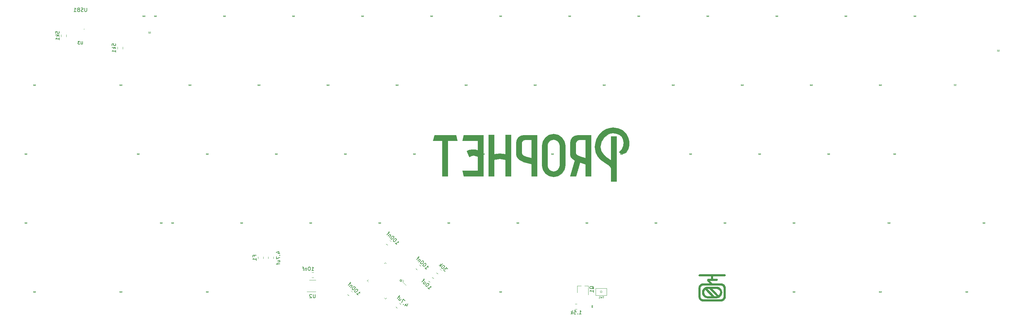
<source format=gbr>
G04 #@! TF.GenerationSoftware,KiCad,Pcbnew,(5.1.0)-1*
G04 #@! TF.CreationDate,2019-05-27T12:30:27+02:00*
G04 #@! TF.ProjectId,prophet,70726f70-6865-4742-9e6b-696361645f70,rev?*
G04 #@! TF.SameCoordinates,Original*
G04 #@! TF.FileFunction,Legend,Bot*
G04 #@! TF.FilePolarity,Positive*
%FSLAX46Y46*%
G04 Gerber Fmt 4.6, Leading zero omitted, Abs format (unit mm)*
G04 Created by KiCad (PCBNEW (5.1.0)-1) date 2019-05-27 12:30:27*
%MOMM*%
%LPD*%
G04 APERTURE LIST*
%ADD10C,0.120000*%
%ADD11C,0.150000*%
%ADD12C,0.075000*%
%ADD13C,0.100000*%
%ADD14C,0.127000*%
%ADD15C,0.070004*%
%ADD16C,0.031750*%
G04 APERTURE END LIST*
D10*
X176200000Y-170515400D02*
X175903015Y-170812385D01*
X171165400Y-175550000D02*
X171462385Y-175253015D01*
X176200000Y-180584600D02*
X176496985Y-180287615D01*
X181234600Y-175550000D02*
X180937615Y-175253015D01*
X171165400Y-175550000D02*
X171462385Y-175846985D01*
X176200000Y-170515400D02*
X176496985Y-170812385D01*
X180937615Y-175846985D02*
X181913423Y-176822792D01*
X181234600Y-175550000D02*
X180937615Y-175846985D01*
X176200000Y-180584600D02*
X175903015Y-180287615D01*
D11*
X180727996Y-175514645D02*
G75*
G03X180727996Y-175514645I-250000J0D01*
G01*
D10*
X165734021Y-179285713D02*
X166103487Y-179655179D01*
X166738113Y-178281621D02*
X167107579Y-178651087D01*
X189112529Y-174558437D02*
X189481995Y-174927903D01*
X188108437Y-175562529D02*
X188477903Y-175931995D01*
X156420452Y-173229200D02*
X155897948Y-173229200D01*
X156420452Y-174649200D02*
X155897948Y-174649200D01*
X143890000Y-169461252D02*
X143890000Y-168938748D01*
X145310000Y-169461252D02*
X145310000Y-168938748D01*
X180112097Y-181722437D02*
X180481563Y-182091903D01*
X179108005Y-182726529D02*
X179477471Y-183095995D01*
X184588437Y-172142529D02*
X184957903Y-172511995D01*
X185592529Y-171138437D02*
X185961995Y-171507903D01*
X176402021Y-165315713D02*
X176771487Y-165685179D01*
X177406113Y-164311621D02*
X177775579Y-164681087D01*
D12*
X110775000Y-106775000D02*
X111125000Y-107075000D01*
X111475000Y-106775000D02*
X110775000Y-106775000D01*
X111125000Y-107075000D02*
X111475000Y-106775000D01*
X111475000Y-107075000D02*
X110775000Y-107075000D01*
X109187500Y-102243750D02*
X109537500Y-102543750D01*
X109887500Y-102243750D02*
X109187500Y-102243750D01*
X109537500Y-102543750D02*
X109887500Y-102243750D01*
X109887500Y-102543750D02*
X109187500Y-102543750D01*
X112362500Y-102243750D02*
X112712500Y-102543750D01*
X113062500Y-102243750D02*
X112362500Y-102243750D01*
X112712500Y-102543750D02*
X113062500Y-102243750D01*
X113062500Y-102543750D02*
X112362500Y-102543750D01*
X131412500Y-102243750D02*
X131762500Y-102543750D01*
X132112500Y-102243750D02*
X131412500Y-102243750D01*
X131762500Y-102543750D02*
X132112500Y-102243750D01*
X132112500Y-102543750D02*
X131412500Y-102543750D01*
X150462500Y-102243750D02*
X150812500Y-102543750D01*
X151162500Y-102243750D02*
X150462500Y-102243750D01*
X150812500Y-102543750D02*
X151162500Y-102243750D01*
X151162500Y-102543750D02*
X150462500Y-102543750D01*
X169512500Y-102243750D02*
X169862500Y-102543750D01*
X170212500Y-102243750D02*
X169512500Y-102243750D01*
X169862500Y-102543750D02*
X170212500Y-102243750D01*
X170212500Y-102543750D02*
X169512500Y-102543750D01*
X189262500Y-102543750D02*
X188562500Y-102543750D01*
X188912500Y-102543750D02*
X189262500Y-102243750D01*
X189262500Y-102243750D02*
X188562500Y-102243750D01*
X188562500Y-102243750D02*
X188912500Y-102543750D01*
X207612500Y-102243750D02*
X207962500Y-102543750D01*
X208312500Y-102243750D02*
X207612500Y-102243750D01*
X207962500Y-102543750D02*
X208312500Y-102243750D01*
X208312500Y-102543750D02*
X207612500Y-102543750D01*
X226662500Y-102243750D02*
X227012500Y-102543750D01*
X227362500Y-102243750D02*
X226662500Y-102243750D01*
X227012500Y-102543750D02*
X227362500Y-102243750D01*
X227362500Y-102543750D02*
X226662500Y-102543750D01*
X245712500Y-102243750D02*
X246062500Y-102543750D01*
X246412500Y-102243750D02*
X245712500Y-102243750D01*
X246062500Y-102543750D02*
X246412500Y-102243750D01*
X246412500Y-102543750D02*
X245712500Y-102543750D01*
X265462500Y-102543750D02*
X264762500Y-102543750D01*
X265112500Y-102543750D02*
X265462500Y-102243750D01*
X265462500Y-102243750D02*
X264762500Y-102243750D01*
X264762500Y-102243750D02*
X265112500Y-102543750D01*
X283812500Y-102243750D02*
X284162500Y-102543750D01*
X284512500Y-102243750D02*
X283812500Y-102243750D01*
X284162500Y-102543750D02*
X284512500Y-102243750D01*
X284512500Y-102543750D02*
X283812500Y-102543750D01*
X302862500Y-102243750D02*
X303212500Y-102543750D01*
X303562500Y-102243750D02*
X302862500Y-102243750D01*
X303212500Y-102543750D02*
X303562500Y-102243750D01*
X303562500Y-102543750D02*
X302862500Y-102543750D01*
X321912500Y-102243750D02*
X322262500Y-102543750D01*
X322612500Y-102243750D02*
X321912500Y-102243750D01*
X322262500Y-102543750D02*
X322612500Y-102243750D01*
X322612500Y-102543750D02*
X321912500Y-102543750D01*
X79025000Y-121293750D02*
X79375000Y-121593750D01*
X79725000Y-121293750D02*
X79025000Y-121293750D01*
X79375000Y-121593750D02*
X79725000Y-121293750D01*
X79725000Y-121593750D02*
X79025000Y-121593750D01*
X103537500Y-121593750D02*
X102837500Y-121593750D01*
X103187500Y-121593750D02*
X103537500Y-121293750D01*
X103537500Y-121293750D02*
X102837500Y-121293750D01*
X102837500Y-121293750D02*
X103187500Y-121593750D01*
X121887500Y-121293750D02*
X122237500Y-121593750D01*
X122587500Y-121293750D02*
X121887500Y-121293750D01*
X122237500Y-121593750D02*
X122587500Y-121293750D01*
X122587500Y-121593750D02*
X121887500Y-121593750D01*
X141637500Y-121593750D02*
X140937500Y-121593750D01*
X141287500Y-121593750D02*
X141637500Y-121293750D01*
X141637500Y-121293750D02*
X140937500Y-121293750D01*
X140937500Y-121293750D02*
X141287500Y-121593750D01*
X159987500Y-121293750D02*
X160337500Y-121593750D01*
X160687500Y-121293750D02*
X159987500Y-121293750D01*
X160337500Y-121593750D02*
X160687500Y-121293750D01*
X160687500Y-121593750D02*
X159987500Y-121593750D01*
X179037500Y-121293750D02*
X179387500Y-121593750D01*
X179737500Y-121293750D02*
X179037500Y-121293750D01*
X179387500Y-121593750D02*
X179737500Y-121293750D01*
X179737500Y-121593750D02*
X179037500Y-121593750D01*
X198087500Y-121293750D02*
X198437500Y-121593750D01*
X198787500Y-121293750D02*
X198087500Y-121293750D01*
X198437500Y-121593750D02*
X198787500Y-121293750D01*
X198787500Y-121593750D02*
X198087500Y-121593750D01*
X217137500Y-121293750D02*
X217487500Y-121593750D01*
X217837500Y-121293750D02*
X217137500Y-121293750D01*
X217487500Y-121593750D02*
X217837500Y-121293750D01*
X217837500Y-121593750D02*
X217137500Y-121593750D01*
X236187500Y-121293750D02*
X236537500Y-121593750D01*
X236887500Y-121293750D02*
X236187500Y-121293750D01*
X236537500Y-121593750D02*
X236887500Y-121293750D01*
X236887500Y-121593750D02*
X236187500Y-121593750D01*
X255237500Y-121293750D02*
X255587500Y-121593750D01*
X255937500Y-121293750D02*
X255237500Y-121293750D01*
X255587500Y-121593750D02*
X255937500Y-121293750D01*
X255937500Y-121593750D02*
X255237500Y-121593750D01*
X274287500Y-121293750D02*
X274637500Y-121593750D01*
X274987500Y-121293750D02*
X274287500Y-121293750D01*
X274637500Y-121593750D02*
X274987500Y-121293750D01*
X274987500Y-121593750D02*
X274287500Y-121593750D01*
X294037500Y-121593750D02*
X293337500Y-121593750D01*
X293687500Y-121593750D02*
X294037500Y-121293750D01*
X294037500Y-121293750D02*
X293337500Y-121293750D01*
X293337500Y-121293750D02*
X293687500Y-121593750D01*
X312387500Y-121293750D02*
X312737500Y-121593750D01*
X313087500Y-121293750D02*
X312387500Y-121293750D01*
X312737500Y-121593750D02*
X313087500Y-121293750D01*
X313087500Y-121593750D02*
X312387500Y-121593750D01*
X333025000Y-121280000D02*
X333375000Y-121580000D01*
X333725000Y-121280000D02*
X333025000Y-121280000D01*
X333375000Y-121580000D02*
X333725000Y-121280000D01*
X333725000Y-121580000D02*
X333025000Y-121580000D01*
X77343750Y-140643750D02*
X76643750Y-140643750D01*
X76993750Y-140643750D02*
X77343750Y-140343750D01*
X77343750Y-140343750D02*
X76643750Y-140343750D01*
X76643750Y-140343750D02*
X76993750Y-140643750D01*
X108300000Y-140643750D02*
X107600000Y-140643750D01*
X107950000Y-140643750D02*
X108300000Y-140343750D01*
X108300000Y-140343750D02*
X107600000Y-140343750D01*
X107600000Y-140343750D02*
X107950000Y-140643750D01*
X127350000Y-140643750D02*
X126650000Y-140643750D01*
X127000000Y-140643750D02*
X127350000Y-140343750D01*
X127350000Y-140343750D02*
X126650000Y-140343750D01*
X126650000Y-140343750D02*
X127000000Y-140643750D01*
X146400000Y-140643750D02*
X145700000Y-140643750D01*
X146050000Y-140643750D02*
X146400000Y-140343750D01*
X146400000Y-140343750D02*
X145700000Y-140343750D01*
X145700000Y-140343750D02*
X146050000Y-140643750D01*
X165450000Y-140643750D02*
X164750000Y-140643750D01*
X165100000Y-140643750D02*
X165450000Y-140343750D01*
X165450000Y-140343750D02*
X164750000Y-140343750D01*
X164750000Y-140343750D02*
X165100000Y-140643750D01*
X184500000Y-140643750D02*
X183800000Y-140643750D01*
X184150000Y-140643750D02*
X184500000Y-140343750D01*
X184500000Y-140343750D02*
X183800000Y-140343750D01*
X183800000Y-140343750D02*
X184150000Y-140643750D01*
X203550000Y-140643750D02*
X202850000Y-140643750D01*
X203200000Y-140643750D02*
X203550000Y-140343750D01*
X203550000Y-140343750D02*
X202850000Y-140343750D01*
X202850000Y-140343750D02*
X203200000Y-140643750D01*
X221900000Y-140343750D02*
X222250000Y-140643750D01*
X222600000Y-140343750D02*
X221900000Y-140343750D01*
X222250000Y-140643750D02*
X222600000Y-140343750D01*
X222600000Y-140643750D02*
X221900000Y-140643750D01*
X240950000Y-140343750D02*
X241300000Y-140643750D01*
X241650000Y-140343750D02*
X240950000Y-140343750D01*
X241300000Y-140643750D02*
X241650000Y-140343750D01*
X241650000Y-140643750D02*
X240950000Y-140643750D01*
X260700000Y-140643750D02*
X260000000Y-140643750D01*
X260350000Y-140643750D02*
X260700000Y-140343750D01*
X260700000Y-140343750D02*
X260000000Y-140343750D01*
X260000000Y-140343750D02*
X260350000Y-140643750D01*
X279750000Y-140643750D02*
X279050000Y-140643750D01*
X279400000Y-140643750D02*
X279750000Y-140343750D01*
X279750000Y-140343750D02*
X279050000Y-140343750D01*
X279050000Y-140343750D02*
X279400000Y-140643750D01*
X298800000Y-140643750D02*
X298100000Y-140643750D01*
X298450000Y-140643750D02*
X298800000Y-140343750D01*
X298800000Y-140343750D02*
X298100000Y-140343750D01*
X298100000Y-140343750D02*
X298450000Y-140643750D01*
X317056250Y-140643750D02*
X316356250Y-140643750D01*
X316706250Y-140643750D02*
X317056250Y-140343750D01*
X317056250Y-140343750D02*
X316356250Y-140343750D01*
X316356250Y-140343750D02*
X316706250Y-140643750D01*
X76643750Y-159393750D02*
X76993750Y-159693750D01*
X77343750Y-159393750D02*
X76643750Y-159393750D01*
X76993750Y-159693750D02*
X77343750Y-159393750D01*
X77343750Y-159693750D02*
X76643750Y-159693750D01*
X114650000Y-159693750D02*
X113950000Y-159693750D01*
X114300000Y-159693750D02*
X114650000Y-159393750D01*
X114650000Y-159393750D02*
X113950000Y-159393750D01*
X113950000Y-159393750D02*
X114300000Y-159693750D01*
X117825000Y-159693750D02*
X117125000Y-159693750D01*
X117475000Y-159693750D02*
X117825000Y-159393750D01*
X117825000Y-159393750D02*
X117125000Y-159393750D01*
X117125000Y-159393750D02*
X117475000Y-159693750D01*
X136875000Y-159693750D02*
X136175000Y-159693750D01*
X136525000Y-159693750D02*
X136875000Y-159393750D01*
X136875000Y-159393750D02*
X136175000Y-159393750D01*
X136175000Y-159393750D02*
X136525000Y-159693750D01*
X155925000Y-159693750D02*
X155225000Y-159693750D01*
X155575000Y-159693750D02*
X155925000Y-159393750D01*
X155925000Y-159393750D02*
X155225000Y-159393750D01*
X155225000Y-159393750D02*
X155575000Y-159693750D01*
X174975000Y-159693750D02*
X174275000Y-159693750D01*
X174625000Y-159693750D02*
X174975000Y-159393750D01*
X174975000Y-159393750D02*
X174275000Y-159393750D01*
X174275000Y-159393750D02*
X174625000Y-159693750D01*
X194025000Y-159693750D02*
X193325000Y-159693750D01*
X193675000Y-159693750D02*
X194025000Y-159393750D01*
X194025000Y-159393750D02*
X193325000Y-159393750D01*
X193325000Y-159393750D02*
X193675000Y-159693750D01*
X213075000Y-159693750D02*
X212375000Y-159693750D01*
X212725000Y-159693750D02*
X213075000Y-159393750D01*
X213075000Y-159393750D02*
X212375000Y-159393750D01*
X212375000Y-159393750D02*
X212725000Y-159693750D01*
X232125000Y-159693750D02*
X231425000Y-159693750D01*
X231775000Y-159693750D02*
X232125000Y-159393750D01*
X232125000Y-159393750D02*
X231425000Y-159393750D01*
X231425000Y-159393750D02*
X231775000Y-159693750D01*
X251175000Y-159693750D02*
X250475000Y-159693750D01*
X250825000Y-159693750D02*
X251175000Y-159393750D01*
X251175000Y-159393750D02*
X250475000Y-159393750D01*
X250475000Y-159393750D02*
X250825000Y-159693750D01*
X270225000Y-159693750D02*
X269525000Y-159693750D01*
X269875000Y-159693750D02*
X270225000Y-159393750D01*
X270225000Y-159393750D02*
X269525000Y-159393750D01*
X269525000Y-159393750D02*
X269875000Y-159693750D01*
X289275000Y-159693750D02*
X288575000Y-159693750D01*
X288925000Y-159693750D02*
X289275000Y-159393750D01*
X289275000Y-159393750D02*
X288575000Y-159393750D01*
X288575000Y-159393750D02*
X288925000Y-159693750D01*
X314768750Y-159393750D02*
X315118750Y-159693750D01*
X315468750Y-159393750D02*
X314768750Y-159393750D01*
X315118750Y-159693750D02*
X315468750Y-159393750D01*
X315468750Y-159693750D02*
X314768750Y-159693750D01*
X341662500Y-159693750D02*
X340962500Y-159693750D01*
X341312500Y-159693750D02*
X341662500Y-159393750D01*
X341662500Y-159393750D02*
X340962500Y-159393750D01*
X340962500Y-159393750D02*
X341312500Y-159693750D01*
X79025000Y-178443750D02*
X79375000Y-178743750D01*
X79725000Y-178443750D02*
X79025000Y-178443750D01*
X79375000Y-178743750D02*
X79725000Y-178443750D01*
X79725000Y-178743750D02*
X79025000Y-178743750D01*
X103537500Y-178743750D02*
X102837500Y-178743750D01*
X103187500Y-178743750D02*
X103537500Y-178443750D01*
X103537500Y-178443750D02*
X102837500Y-178443750D01*
X102837500Y-178443750D02*
X103187500Y-178743750D01*
X126650000Y-178443750D02*
X127000000Y-178743750D01*
X127350000Y-178443750D02*
X126650000Y-178443750D01*
X127000000Y-178743750D02*
X127350000Y-178443750D01*
X127350000Y-178743750D02*
X126650000Y-178743750D01*
X208312500Y-178743750D02*
X207612500Y-178743750D01*
X207962500Y-178743750D02*
X208312500Y-178443750D01*
X208312500Y-178443750D02*
X207612500Y-178443750D01*
X207612500Y-178443750D02*
X207962500Y-178743750D01*
X288575000Y-178443750D02*
X288925000Y-178743750D01*
X289275000Y-178443750D02*
X288575000Y-178443750D01*
X288925000Y-178743750D02*
X289275000Y-178443750D01*
X289275000Y-178743750D02*
X288575000Y-178743750D01*
X312387500Y-178443750D02*
X312737500Y-178743750D01*
X313087500Y-178443750D02*
X312387500Y-178443750D01*
X312737500Y-178743750D02*
X313087500Y-178443750D01*
X313087500Y-178743750D02*
X312387500Y-178743750D01*
X233075000Y-183000000D02*
X233075000Y-182300000D01*
X233075000Y-182650000D02*
X233375000Y-183000000D01*
X233375000Y-183000000D02*
X233375000Y-182300000D01*
X233375000Y-182300000D02*
X233075000Y-182650000D01*
D10*
X141090000Y-168913748D02*
X141090000Y-169436252D01*
X142510000Y-168913748D02*
X142510000Y-169436252D01*
X229086252Y-183360000D02*
X228563748Y-183360000D01*
X229086252Y-181940000D02*
X228563748Y-181940000D01*
X190288437Y-173302529D02*
X190657903Y-173671995D01*
X191292529Y-172298437D02*
X191661995Y-172667903D01*
X86710000Y-108081252D02*
X86710000Y-107558748D01*
X88130000Y-108081252D02*
X88130000Y-107558748D01*
X103730000Y-111476252D02*
X103730000Y-110953748D01*
X102310000Y-111476252D02*
X102310000Y-110953748D01*
X230200000Y-176950000D02*
X229150000Y-176950000D01*
X229150000Y-176950000D02*
X229150000Y-178800000D01*
X232200000Y-176950000D02*
X231200000Y-176950000D01*
X232210000Y-176970000D02*
X232210000Y-179400000D01*
X155208400Y-175326400D02*
X157008400Y-175326400D01*
X157008400Y-178546400D02*
X154558400Y-178546400D01*
D13*
X235993750Y-178593750D02*
G75*
G03X235993750Y-178593750I-250000J0D01*
G01*
X237243750Y-177593750D02*
X234243750Y-177593750D01*
X234243750Y-177593750D02*
X234243750Y-179593750D01*
X237243750Y-179593750D02*
X237243750Y-177593750D01*
X237243750Y-179593750D02*
X234243750Y-179593750D01*
D12*
X336900000Y-178743750D02*
X336200000Y-178743750D01*
X336550000Y-178743750D02*
X336900000Y-178443750D01*
X336900000Y-178443750D02*
X336200000Y-178443750D01*
X336200000Y-178443750D02*
X336550000Y-178743750D01*
X344931250Y-111768750D02*
X345281250Y-112068750D01*
X345631250Y-111768750D02*
X344931250Y-111768750D01*
X345281250Y-112068750D02*
X345631250Y-111768750D01*
X345631250Y-112068750D02*
X344931250Y-112068750D01*
D14*
X93100000Y-106005500D02*
G75*
G03X93100000Y-106005500I-50000J0D01*
G01*
D13*
G36*
X263838928Y-176293940D02*
G01*
X268802353Y-176814141D01*
X263838928Y-176814141D01*
X263558797Y-176870727D01*
X263329755Y-177025127D01*
X263174871Y-177254293D01*
X263117213Y-177535179D01*
X263117213Y-179971562D01*
X263174792Y-180252934D01*
X263329552Y-180482784D01*
X263558571Y-180638105D01*
X263838928Y-180695892D01*
X268802353Y-180695892D01*
X269082224Y-180638026D01*
X269310563Y-180482580D01*
X269464405Y-180252708D01*
X269520787Y-179971562D01*
X269520787Y-177535179D01*
X269463466Y-177255088D01*
X269309409Y-177026285D01*
X269081432Y-176871669D01*
X268802353Y-176814141D01*
X263838928Y-176293940D01*
X265682579Y-176293940D01*
X265078964Y-175671674D01*
X264972764Y-175463290D01*
X264996951Y-175230491D01*
X265145325Y-175051115D01*
X265367649Y-174983561D01*
X266059839Y-174983561D01*
X266059839Y-174269108D01*
X262858052Y-174269108D01*
X262728472Y-174234261D01*
X262633612Y-174139057D01*
X262598891Y-174009007D01*
X262633612Y-173878957D01*
X262728472Y-173783754D01*
X262858052Y-173748907D01*
X269779948Y-173748907D01*
X269963202Y-173825088D01*
X270039109Y-174009007D01*
X269963202Y-174192926D01*
X269779948Y-174269108D01*
X266578161Y-174269108D01*
X266578161Y-174983561D01*
X267588561Y-174983561D01*
X267718141Y-175018408D01*
X267813001Y-175113611D01*
X267847722Y-175243661D01*
X267813001Y-175373711D01*
X267718141Y-175468915D01*
X267588561Y-175503762D01*
X265639932Y-175503762D01*
X266407574Y-176293940D01*
X268802353Y-176293940D01*
X269051602Y-176319158D01*
X269283754Y-176391483D01*
X269676871Y-176657490D01*
X269941918Y-177052033D01*
X270013982Y-177285026D01*
X270039109Y-177535179D01*
X270039109Y-179971562D01*
X270014005Y-180221936D01*
X269941994Y-180455193D01*
X269677071Y-180850417D01*
X269283978Y-181117346D01*
X269051755Y-181190235D01*
X268802353Y-181216093D01*
X263838928Y-181216093D01*
X263589306Y-181190258D01*
X263356818Y-181117422D01*
X262963046Y-180850618D01*
X262697205Y-180455418D01*
X262624633Y-180222088D01*
X262598891Y-179971562D01*
X262598891Y-177535179D01*
X262624656Y-177284873D01*
X262697282Y-177051808D01*
X262963247Y-176657290D01*
X263357044Y-176391407D01*
X263589458Y-176319135D01*
X263838928Y-176293940D01*
X263838928Y-176293940D01*
G37*
X263838928Y-176293940D02*
X268802353Y-176814141D01*
X263838928Y-176814141D01*
X263558797Y-176870727D01*
X263329755Y-177025127D01*
X263174871Y-177254293D01*
X263117213Y-177535179D01*
X263117213Y-179971562D01*
X263174792Y-180252934D01*
X263329552Y-180482784D01*
X263558571Y-180638105D01*
X263838928Y-180695892D01*
X268802353Y-180695892D01*
X269082224Y-180638026D01*
X269310563Y-180482580D01*
X269464405Y-180252708D01*
X269520787Y-179971562D01*
X269520787Y-177535179D01*
X269463466Y-177255088D01*
X269309409Y-177026285D01*
X269081432Y-176871669D01*
X268802353Y-176814141D01*
X263838928Y-176293940D01*
X265682579Y-176293940D01*
X265078964Y-175671674D01*
X264972764Y-175463290D01*
X264996951Y-175230491D01*
X265145325Y-175051115D01*
X265367649Y-174983561D01*
X266059839Y-174983561D01*
X266059839Y-174269108D01*
X262858052Y-174269108D01*
X262728472Y-174234261D01*
X262633612Y-174139057D01*
X262598891Y-174009007D01*
X262633612Y-173878957D01*
X262728472Y-173783754D01*
X262858052Y-173748907D01*
X269779948Y-173748907D01*
X269963202Y-173825088D01*
X270039109Y-174009007D01*
X269963202Y-174192926D01*
X269779948Y-174269108D01*
X266578161Y-174269108D01*
X266578161Y-174983561D01*
X267588561Y-174983561D01*
X267718141Y-175018408D01*
X267813001Y-175113611D01*
X267847722Y-175243661D01*
X267813001Y-175373711D01*
X267718141Y-175468915D01*
X267588561Y-175503762D01*
X265639932Y-175503762D01*
X266407574Y-176293940D01*
X268802353Y-176293940D01*
X269051602Y-176319158D01*
X269283754Y-176391483D01*
X269676871Y-176657490D01*
X269941918Y-177052033D01*
X270013982Y-177285026D01*
X270039109Y-177535179D01*
X270039109Y-179971562D01*
X270014005Y-180221936D01*
X269941994Y-180455193D01*
X269677071Y-180850417D01*
X269283978Y-181117346D01*
X269051755Y-181190235D01*
X268802353Y-181216093D01*
X263838928Y-181216093D01*
X263589306Y-181190258D01*
X263356818Y-181117422D01*
X262963046Y-180850618D01*
X262697205Y-180455418D01*
X262624633Y-180222088D01*
X262598891Y-179971562D01*
X262598891Y-177535179D01*
X262624656Y-177284873D01*
X262697282Y-177051808D01*
X262963247Y-176657290D01*
X263357044Y-176391407D01*
X263589458Y-176319135D01*
X263838928Y-176293940D01*
G36*
X265098647Y-177192768D02*
G01*
X267935684Y-177796392D01*
X267539353Y-177716261D01*
X266279634Y-177716261D01*
X268116724Y-179612689D01*
X268302091Y-179448558D01*
X268441041Y-179247571D01*
X268528550Y-179019252D01*
X268559595Y-178773125D01*
X268559595Y-178736908D01*
X268478476Y-178339401D01*
X268259615Y-178015001D01*
X267935684Y-177796392D01*
X265098647Y-177192768D01*
X267575439Y-179790480D01*
X265561200Y-177716261D01*
X265105208Y-177716261D01*
X264980548Y-177716261D01*
X266978384Y-179793772D01*
X267568878Y-179793772D01*
X267575438Y-179790480D01*
X267575439Y-179790480D01*
X265098647Y-177192768D01*
X264462225Y-177946730D01*
X264301976Y-178107990D01*
X264182690Y-178298518D01*
X264108037Y-178510697D01*
X264081685Y-178736908D01*
X264088245Y-178773125D01*
X264088246Y-178773125D01*
X264165658Y-179163710D01*
X264386107Y-179494832D01*
X264716033Y-179716080D01*
X265105207Y-179793772D01*
X266253389Y-179793772D01*
X264462225Y-177946730D01*
X265098647Y-177192768D01*
X267539353Y-177192768D01*
X267849138Y-177224690D01*
X268137662Y-177314984D01*
X268398774Y-177457477D01*
X268626324Y-177645997D01*
X268814164Y-177874372D01*
X268956142Y-178136431D01*
X269046110Y-178426000D01*
X269077917Y-178736908D01*
X269077917Y-178773125D01*
X269046087Y-179083813D01*
X268956066Y-179373117D01*
X268814022Y-179634862D01*
X268626124Y-179862869D01*
X268398539Y-180050961D01*
X268137437Y-180192961D01*
X267848986Y-180282691D01*
X267539353Y-180313972D01*
X265098647Y-180313972D01*
X264789523Y-180282118D01*
X264501615Y-180192016D01*
X264241061Y-180049827D01*
X264013995Y-179861708D01*
X263826556Y-179633820D01*
X263684881Y-179372321D01*
X263595104Y-179083370D01*
X263563364Y-178773125D01*
X263563364Y-178736908D01*
X263594533Y-178426153D01*
X263683939Y-178136656D01*
X263825426Y-177874608D01*
X264012838Y-177646199D01*
X264240022Y-177457619D01*
X264500821Y-177315061D01*
X264789081Y-177224713D01*
X265098647Y-177192768D01*
X265098647Y-177192768D01*
G37*
X265098647Y-177192768D02*
X267935684Y-177796392D01*
X267539353Y-177716261D01*
X266279634Y-177716261D01*
X268116724Y-179612689D01*
X268302091Y-179448558D01*
X268441041Y-179247571D01*
X268528550Y-179019252D01*
X268559595Y-178773125D01*
X268559595Y-178736908D01*
X268478476Y-178339401D01*
X268259615Y-178015001D01*
X267935684Y-177796392D01*
X265098647Y-177192768D01*
X267575439Y-179790480D01*
X265561200Y-177716261D01*
X265105208Y-177716261D01*
X264980548Y-177716261D01*
X266978384Y-179793772D01*
X267568878Y-179793772D01*
X267575438Y-179790480D01*
X267575439Y-179790480D01*
X265098647Y-177192768D01*
X264462225Y-177946730D01*
X264301976Y-178107990D01*
X264182690Y-178298518D01*
X264108037Y-178510697D01*
X264081685Y-178736908D01*
X264088245Y-178773125D01*
X264088246Y-178773125D01*
X264165658Y-179163710D01*
X264386107Y-179494832D01*
X264716033Y-179716080D01*
X265105207Y-179793772D01*
X266253389Y-179793772D01*
X264462225Y-177946730D01*
X265098647Y-177192768D01*
X267539353Y-177192768D01*
X267849138Y-177224690D01*
X268137662Y-177314984D01*
X268398774Y-177457477D01*
X268626324Y-177645997D01*
X268814164Y-177874372D01*
X268956142Y-178136431D01*
X269046110Y-178426000D01*
X269077917Y-178736908D01*
X269077917Y-178773125D01*
X269046087Y-179083813D01*
X268956066Y-179373117D01*
X268814022Y-179634862D01*
X268626124Y-179862869D01*
X268398539Y-180050961D01*
X268137437Y-180192961D01*
X267848986Y-180282691D01*
X267539353Y-180313972D01*
X265098647Y-180313972D01*
X264789523Y-180282118D01*
X264501615Y-180192016D01*
X264241061Y-180049827D01*
X264013995Y-179861708D01*
X263826556Y-179633820D01*
X263684881Y-179372321D01*
X263595104Y-179083370D01*
X263563364Y-178773125D01*
X263563364Y-178736908D01*
X263594533Y-178426153D01*
X263683939Y-178136656D01*
X263825426Y-177874608D01*
X264012838Y-177646199D01*
X264240022Y-177457619D01*
X264500821Y-177315061D01*
X264789081Y-177224713D01*
X265098647Y-177192768D01*
D15*
G36*
X189348908Y-136790275D02*
G01*
X191917131Y-136790275D01*
X191917131Y-146628545D01*
X193418553Y-146628545D01*
X193418553Y-136790275D01*
X196065798Y-136790275D01*
X195729953Y-135269095D01*
X189803286Y-135269095D01*
X189348908Y-136790275D01*
X189348908Y-136790275D01*
G37*
X189348908Y-136790275D02*
X191917131Y-136790275D01*
X191917131Y-146628545D01*
X193418553Y-146628545D01*
X193418553Y-136790275D01*
X196065798Y-136790275D01*
X195729953Y-135269095D01*
X189803286Y-135269095D01*
X189348908Y-136790275D01*
G36*
X201721442Y-136790275D02*
G01*
X201721442Y-139575815D01*
X201010242Y-139299235D01*
X200180509Y-139239935D01*
X199370531Y-139378225D01*
X198659331Y-139714065D01*
X199370531Y-141274755D01*
X199987892Y-140953733D01*
X200615131Y-140899405D01*
X201721442Y-141235245D01*
X201721442Y-145127095D01*
X197454242Y-145127095D01*
X197790087Y-146628515D01*
X203242620Y-146628515D01*
X203242620Y-146608715D01*
X203242620Y-135288785D01*
X197790087Y-135288785D01*
X197454242Y-136790205D01*
X201721442Y-136790275D01*
X201721442Y-136790275D01*
G37*
X201721442Y-136790275D02*
X201721442Y-139575815D01*
X201010242Y-139299235D01*
X200180509Y-139239935D01*
X199370531Y-139378225D01*
X198659331Y-139714065D01*
X199370531Y-141274755D01*
X199987892Y-140953733D01*
X200615131Y-140899405D01*
X201721442Y-141235245D01*
X201721442Y-145127095D01*
X197454242Y-145127095D01*
X197790087Y-146628515D01*
X203242620Y-146628515D01*
X203242620Y-146608715D01*
X203242620Y-135288785D01*
X197790087Y-135288785D01*
X197454242Y-136790205D01*
X201721442Y-136790275D01*
G36*
X204639707Y-135249345D02*
G01*
X204639707Y-146628545D01*
X206160885Y-146628545D01*
X206160885Y-142084765D01*
X207780840Y-141808190D01*
X209361285Y-142084765D01*
X209361285Y-146628545D01*
X210882463Y-146628545D01*
X210882463Y-135249345D01*
X209361285Y-135249345D01*
X209361285Y-140563585D01*
X207800596Y-140346275D01*
X206160885Y-140563585D01*
X206160885Y-135249345D01*
X204639707Y-135249345D01*
X204639707Y-135249345D01*
G37*
X204639707Y-135249345D02*
X204639707Y-146628545D01*
X206160885Y-146628545D01*
X206160885Y-142084765D01*
X207780840Y-141808190D01*
X209361285Y-142084765D01*
X209361285Y-146628545D01*
X210882463Y-146628545D01*
X210882463Y-135249345D01*
X209361285Y-135249345D01*
X209361285Y-140563585D01*
X207800596Y-140346275D01*
X206160885Y-140563585D01*
X206160885Y-135249345D01*
X204639707Y-135249345D01*
G36*
X214346169Y-135269095D02*
G01*
X213852280Y-137244657D01*
X214089346Y-136908815D01*
X214440007Y-136671747D01*
X214859813Y-136592725D01*
X216499524Y-136592725D01*
X216499524Y-141630385D01*
X215136391Y-141314295D01*
X214306658Y-140958695D01*
X213891791Y-140543835D01*
X213773258Y-140109215D01*
X213773258Y-137659525D01*
X213852280Y-137244657D01*
X214346169Y-135269095D01*
X213536191Y-135446895D01*
X212884258Y-135881525D01*
X212429880Y-136553215D01*
X212252080Y-137363185D01*
X212252080Y-140603095D01*
X212449635Y-141353815D01*
X213141080Y-142084765D01*
X214444946Y-142756455D01*
X216499524Y-143270095D01*
X216499524Y-146628545D01*
X218020702Y-146628545D01*
X218020702Y-135269095D01*
X214346169Y-135269095D01*
X214346169Y-135269095D01*
G37*
X214346169Y-135269095D02*
X213852280Y-137244657D01*
X214089346Y-136908815D01*
X214440007Y-136671747D01*
X214859813Y-136592725D01*
X216499524Y-136592725D01*
X216499524Y-141630385D01*
X215136391Y-141314295D01*
X214306658Y-140958695D01*
X213891791Y-140543835D01*
X213773258Y-140109215D01*
X213773258Y-137659525D01*
X213852280Y-137244657D01*
X214346169Y-135269095D01*
X213536191Y-135446895D01*
X212884258Y-135881525D01*
X212429880Y-136553215D01*
X212252080Y-137363185D01*
X212252080Y-140603095D01*
X212449635Y-141353815D01*
X213141080Y-142084765D01*
X214444946Y-142756455D01*
X216499524Y-143270095D01*
X216499524Y-146628545D01*
X218020702Y-146628545D01*
X218020702Y-135269095D01*
X214346169Y-135269095D01*
G36*
X222594730Y-146845855D02*
G01*
X224175175Y-144317145D01*
X223799819Y-144850545D01*
X223266419Y-145206145D01*
X222594730Y-145344435D01*
X221942797Y-145206145D01*
X221409397Y-144850545D01*
X221034041Y-144317145D01*
X220895752Y-143645455D01*
X220895752Y-138212675D01*
X221034041Y-137560745D01*
X221409397Y-137007585D01*
X221942797Y-136651985D01*
X222594730Y-136513695D01*
X223251602Y-136637167D01*
X223799819Y-137007585D01*
X224170235Y-137555802D01*
X224293708Y-138212675D01*
X224293708Y-143645455D01*
X224175175Y-144317145D01*
X222594730Y-146845855D01*
X223859086Y-146589035D01*
X224866619Y-145897585D01*
X225558064Y-144890055D01*
X225814886Y-143645455D01*
X225814886Y-138212675D01*
X225558064Y-136968075D01*
X224866619Y-135940785D01*
X223859086Y-135249345D01*
X222594730Y-134992525D01*
X221369886Y-135249345D01*
X220342597Y-135940785D01*
X219651152Y-136968075D01*
X219394330Y-138212675D01*
X219394330Y-143645455D01*
X219651152Y-144890055D01*
X220342597Y-145897585D01*
X221369886Y-146589035D01*
X222594730Y-146845855D01*
X222594730Y-146845855D01*
G37*
X222594730Y-146845855D02*
X224175175Y-144317145D01*
X223799819Y-144850545D01*
X223266419Y-145206145D01*
X222594730Y-145344435D01*
X221942797Y-145206145D01*
X221409397Y-144850545D01*
X221034041Y-144317145D01*
X220895752Y-143645455D01*
X220895752Y-138212675D01*
X221034041Y-137560745D01*
X221409397Y-137007585D01*
X221942797Y-136651985D01*
X222594730Y-136513695D01*
X223251602Y-136637167D01*
X223799819Y-137007585D01*
X224170235Y-137555802D01*
X224293708Y-138212675D01*
X224293708Y-143645455D01*
X224175175Y-144317145D01*
X222594730Y-146845855D01*
X223859086Y-146589035D01*
X224866619Y-145897585D01*
X225558064Y-144890055D01*
X225814886Y-143645455D01*
X225814886Y-138212675D01*
X225558064Y-136968075D01*
X224866619Y-135940785D01*
X223859086Y-135249345D01*
X222594730Y-134992525D01*
X221369886Y-135249345D01*
X220342597Y-135940785D01*
X219651152Y-136968075D01*
X219394330Y-138212675D01*
X219394330Y-143645455D01*
X219651152Y-144890055D01*
X220342597Y-145897585D01*
X221369886Y-146589035D01*
X222594730Y-146845855D01*
G36*
X229278591Y-135269095D02*
G01*
X228784700Y-137244655D01*
X229021767Y-136908815D01*
X229372428Y-136671745D01*
X229792234Y-136592745D01*
X231431945Y-136592745D01*
X231431945Y-141630405D01*
X230088567Y-141215545D01*
X229258834Y-140879695D01*
X228824212Y-140543855D01*
X228705678Y-140188255D01*
X228705678Y-139475295D01*
X228705678Y-137659545D01*
X228705680Y-137659525D01*
X228784700Y-137244655D01*
X229278591Y-135269095D01*
X228468614Y-135446895D01*
X227816680Y-135881525D01*
X227362302Y-136553215D01*
X227184502Y-137363185D01*
X227184502Y-140603095D01*
X227303036Y-141195765D01*
X227579614Y-141669895D01*
X227994480Y-142025495D01*
X228448858Y-142321835D01*
X227184502Y-146628545D01*
X228764947Y-146628545D01*
X229910769Y-142874985D01*
X230641725Y-143112055D01*
X231431947Y-143349125D01*
X231431947Y-146628545D01*
X232953125Y-146628545D01*
X232953125Y-135269095D01*
X229278591Y-135269095D01*
X229278591Y-135269095D01*
G37*
X229278591Y-135269095D02*
X228784700Y-137244655D01*
X229021767Y-136908815D01*
X229372428Y-136671745D01*
X229792234Y-136592745D01*
X231431945Y-136592745D01*
X231431945Y-141630405D01*
X230088567Y-141215545D01*
X229258834Y-140879695D01*
X228824212Y-140543855D01*
X228705678Y-140188255D01*
X228705678Y-139475295D01*
X228705678Y-137659545D01*
X228705680Y-137659525D01*
X228784700Y-137244655D01*
X229278591Y-135269095D01*
X228468614Y-135446895D01*
X227816680Y-135881525D01*
X227362302Y-136553215D01*
X227184502Y-137363185D01*
X227184502Y-140603095D01*
X227303036Y-141195765D01*
X227579614Y-141669895D01*
X227994480Y-142025495D01*
X228448858Y-142321835D01*
X227184502Y-146628545D01*
X228764947Y-146628545D01*
X229910769Y-142874985D01*
X230641725Y-143112055D01*
X231431947Y-143349125D01*
X231431947Y-146628545D01*
X232953125Y-146628545D01*
X232953125Y-135269095D01*
X229278591Y-135269095D01*
G36*
X235505603Y-134775215D02*
G01*
X234863548Y-135580252D01*
X234399292Y-136493945D01*
X234102959Y-137486660D01*
X234004181Y-138528765D01*
X234241248Y-140109215D01*
X234814159Y-141235275D01*
X235584626Y-142045255D01*
X236394604Y-142657675D01*
X236987270Y-143052785D01*
X237678715Y-143546675D01*
X238231870Y-144040565D01*
X238468937Y-144475185D01*
X238468937Y-148090455D01*
X239990115Y-148090455D01*
X239990115Y-136158095D01*
X239990115Y-135624695D01*
X238468937Y-135624695D01*
X238468937Y-136118585D01*
X238468937Y-142282325D01*
X238271381Y-142124275D01*
X238034315Y-141966235D01*
X237204581Y-141413075D01*
X236394604Y-140642615D01*
X235782181Y-139694345D01*
X235525359Y-138528765D01*
X235801937Y-137066855D01*
X236552648Y-135861765D01*
X237658959Y-135051785D01*
X238310892Y-134814717D01*
X239002337Y-134735695D01*
X239985176Y-134854230D01*
X240800093Y-135209835D01*
X241402637Y-135762990D01*
X241787870Y-136513695D01*
X241926159Y-137363185D01*
X241827381Y-138271945D01*
X241392759Y-139180695D01*
X240622292Y-139970925D01*
X241155692Y-140366035D01*
X241708848Y-140464835D01*
X242242248Y-140326545D01*
X242657115Y-140010455D01*
X243205331Y-139126390D01*
X243467092Y-138133675D01*
X243457215Y-137086632D01*
X243230026Y-136039585D01*
X242612665Y-134859192D01*
X241669337Y-133965255D01*
X240449431Y-133402222D01*
X239002337Y-133214545D01*
X238049131Y-133318260D01*
X237125559Y-133629405D01*
X236256314Y-134113417D01*
X235505603Y-134775235D01*
X235505603Y-134775215D01*
X235505603Y-134775215D01*
G37*
X235505603Y-134775215D02*
X234863548Y-135580252D01*
X234399292Y-136493945D01*
X234102959Y-137486660D01*
X234004181Y-138528765D01*
X234241248Y-140109215D01*
X234814159Y-141235275D01*
X235584626Y-142045255D01*
X236394604Y-142657675D01*
X236987270Y-143052785D01*
X237678715Y-143546675D01*
X238231870Y-144040565D01*
X238468937Y-144475185D01*
X238468937Y-148090455D01*
X239990115Y-148090455D01*
X239990115Y-136158095D01*
X239990115Y-135624695D01*
X238468937Y-135624695D01*
X238468937Y-136118585D01*
X238468937Y-142282325D01*
X238271381Y-142124275D01*
X238034315Y-141966235D01*
X237204581Y-141413075D01*
X236394604Y-140642615D01*
X235782181Y-139694345D01*
X235525359Y-138528765D01*
X235801937Y-137066855D01*
X236552648Y-135861765D01*
X237658959Y-135051785D01*
X238310892Y-134814717D01*
X239002337Y-134735695D01*
X239985176Y-134854230D01*
X240800093Y-135209835D01*
X241402637Y-135762990D01*
X241787870Y-136513695D01*
X241926159Y-137363185D01*
X241827381Y-138271945D01*
X241392759Y-139180695D01*
X240622292Y-139970925D01*
X241155692Y-140366035D01*
X241708848Y-140464835D01*
X242242248Y-140326545D01*
X242657115Y-140010455D01*
X243205331Y-139126390D01*
X243467092Y-138133675D01*
X243457215Y-137086632D01*
X243230026Y-136039585D01*
X242612665Y-134859192D01*
X241669337Y-133965255D01*
X240449431Y-133402222D01*
X239002337Y-133214545D01*
X238049131Y-133318260D01*
X237125559Y-133629405D01*
X236256314Y-134113417D01*
X235505603Y-134775235D01*
X235505603Y-134775215D01*
D11*
X168260961Y-179114872D02*
X168665022Y-179518933D01*
X168462991Y-179316902D02*
X169170098Y-178609796D01*
X169136426Y-178778154D01*
X169136426Y-178912841D01*
X169170098Y-179013857D01*
X168530335Y-177970032D02*
X168462991Y-177902689D01*
X168361976Y-177869017D01*
X168294632Y-177869017D01*
X168193617Y-177902689D01*
X168025258Y-178003704D01*
X167856900Y-178172063D01*
X167755884Y-178340422D01*
X167722213Y-178441437D01*
X167722213Y-178508780D01*
X167755884Y-178609796D01*
X167823228Y-178677139D01*
X167924243Y-178710811D01*
X167991587Y-178710811D01*
X168092602Y-178677139D01*
X168260961Y-178576124D01*
X168429319Y-178407765D01*
X168530335Y-178239406D01*
X168564006Y-178138391D01*
X168564006Y-178071048D01*
X168530335Y-177970032D01*
X167856900Y-177296597D02*
X167789556Y-177229254D01*
X167688541Y-177195582D01*
X167621197Y-177195582D01*
X167520182Y-177229254D01*
X167351823Y-177330269D01*
X167183464Y-177498628D01*
X167082449Y-177666986D01*
X167048777Y-177768002D01*
X167048777Y-177835345D01*
X167082449Y-177936361D01*
X167149793Y-178003704D01*
X167250808Y-178037376D01*
X167318151Y-178037376D01*
X167419167Y-178003704D01*
X167587526Y-177902689D01*
X167755884Y-177734330D01*
X167856900Y-177565971D01*
X167890571Y-177464956D01*
X167890571Y-177397612D01*
X167856900Y-177296597D01*
X167082449Y-176993551D02*
X166611045Y-177464956D01*
X167015106Y-177060895D02*
X167015106Y-176993551D01*
X166981434Y-176892536D01*
X166880419Y-176791521D01*
X166779403Y-176757849D01*
X166678388Y-176791521D01*
X166307999Y-177161910D01*
X166543701Y-176454803D02*
X166274327Y-176185429D01*
X165971281Y-176825193D02*
X166577373Y-176219101D01*
X166611045Y-176118086D01*
X166577373Y-176017071D01*
X166510029Y-175949727D01*
X187915717Y-177506480D02*
X188319778Y-177910541D01*
X188117748Y-177708511D02*
X188824854Y-177001404D01*
X188791183Y-177169763D01*
X188791183Y-177304450D01*
X188824854Y-177405465D01*
X188185091Y-176361641D02*
X188117748Y-176294297D01*
X188016732Y-176260625D01*
X187949389Y-176260625D01*
X187848374Y-176294297D01*
X187680015Y-176395312D01*
X187511656Y-176563671D01*
X187410641Y-176732030D01*
X187376969Y-176833045D01*
X187376969Y-176900389D01*
X187410641Y-177001404D01*
X187477984Y-177068748D01*
X187579000Y-177102419D01*
X187646343Y-177102419D01*
X187747358Y-177068748D01*
X187915717Y-176967732D01*
X188084076Y-176799374D01*
X188185091Y-176631015D01*
X188218763Y-176530000D01*
X188218763Y-176462656D01*
X188185091Y-176361641D01*
X187107595Y-175755549D02*
X186636190Y-176226954D01*
X187410641Y-176058595D02*
X187040251Y-176428984D01*
X186939236Y-176462656D01*
X186838221Y-176428984D01*
X186737206Y-176327969D01*
X186703534Y-176226954D01*
X186703534Y-176159610D01*
X186871893Y-175519847D02*
X186602519Y-175250473D01*
X186299473Y-175890236D02*
X186905564Y-175284145D01*
X186939236Y-175183129D01*
X186905564Y-175082114D01*
X186838221Y-175014771D01*
X155868571Y-172727880D02*
X156440000Y-172727880D01*
X156154285Y-172727880D02*
X156154285Y-171727880D01*
X156249523Y-171870738D01*
X156344761Y-171965976D01*
X156440000Y-172013595D01*
X155249523Y-171727880D02*
X155154285Y-171727880D01*
X155059047Y-171775500D01*
X155011428Y-171823119D01*
X154963809Y-171918357D01*
X154916190Y-172108833D01*
X154916190Y-172346928D01*
X154963809Y-172537404D01*
X155011428Y-172632642D01*
X155059047Y-172680261D01*
X155154285Y-172727880D01*
X155249523Y-172727880D01*
X155344761Y-172680261D01*
X155392380Y-172632642D01*
X155440000Y-172537404D01*
X155487619Y-172346928D01*
X155487619Y-172108833D01*
X155440000Y-171918357D01*
X155392380Y-171823119D01*
X155344761Y-171775500D01*
X155249523Y-171727880D01*
X154487619Y-172061214D02*
X154487619Y-172727880D01*
X154487619Y-172156452D02*
X154440000Y-172108833D01*
X154344761Y-172061214D01*
X154201904Y-172061214D01*
X154106666Y-172108833D01*
X154059047Y-172204071D01*
X154059047Y-172727880D01*
X153725714Y-172061214D02*
X153344761Y-172061214D01*
X153582857Y-172727880D02*
X153582857Y-171870738D01*
X153535238Y-171775500D01*
X153440000Y-171727880D01*
X153344761Y-171727880D01*
X146470714Y-167965595D02*
X147137380Y-167965595D01*
X146089761Y-167727500D02*
X146804047Y-167489404D01*
X146804047Y-168108452D01*
X147042142Y-168489404D02*
X147089761Y-168537023D01*
X147137380Y-168489404D01*
X147089761Y-168441785D01*
X147042142Y-168489404D01*
X147137380Y-168489404D01*
X146137380Y-168870357D02*
X146137380Y-169537023D01*
X147137380Y-169108452D01*
X146470714Y-170346547D02*
X147137380Y-170346547D01*
X146470714Y-169917976D02*
X146994523Y-169917976D01*
X147089761Y-169965595D01*
X147137380Y-170060833D01*
X147137380Y-170203690D01*
X147089761Y-170298928D01*
X147042142Y-170346547D01*
X146470714Y-170679880D02*
X146470714Y-171060833D01*
X147137380Y-170822738D02*
X146280238Y-170822738D01*
X146185000Y-170870357D01*
X146137380Y-170965595D01*
X146137380Y-171060833D01*
X182005334Y-181983268D02*
X181533929Y-182454673D01*
X182443067Y-181882253D02*
X182106349Y-182555688D01*
X181668616Y-182117955D01*
X181230884Y-182016940D02*
X181163540Y-182016940D01*
X181163540Y-182084283D01*
X181230884Y-182084283D01*
X181230884Y-182016940D01*
X181163540Y-182084283D01*
X181601273Y-181107802D02*
X181129868Y-180636398D01*
X180725807Y-181646551D01*
X180321746Y-180299680D02*
X179850342Y-180771085D01*
X180624792Y-180602726D02*
X180254403Y-180973115D01*
X180153387Y-181006787D01*
X180052372Y-180973115D01*
X179951357Y-180872100D01*
X179917685Y-180771085D01*
X179917685Y-180703741D01*
X180086044Y-180063978D02*
X179816670Y-179794604D01*
X179513624Y-180434367D02*
X180119716Y-179828276D01*
X180153387Y-179727261D01*
X180119716Y-179626245D01*
X180052372Y-179558902D01*
X187115377Y-171971688D02*
X187519438Y-172375749D01*
X187317407Y-172173718D02*
X188024514Y-171466612D01*
X187990842Y-171634970D01*
X187990842Y-171769657D01*
X188024514Y-171870673D01*
X187384751Y-170826848D02*
X187317407Y-170759505D01*
X187216392Y-170725833D01*
X187149048Y-170725833D01*
X187048033Y-170759505D01*
X186879674Y-170860520D01*
X186711316Y-171028879D01*
X186610300Y-171197238D01*
X186576629Y-171298253D01*
X186576629Y-171365596D01*
X186610300Y-171466612D01*
X186677644Y-171533955D01*
X186778659Y-171567627D01*
X186846003Y-171567627D01*
X186947018Y-171533955D01*
X187115377Y-171432940D01*
X187283735Y-171264581D01*
X187384751Y-171096222D01*
X187418422Y-170995207D01*
X187418422Y-170927864D01*
X187384751Y-170826848D01*
X186711316Y-170153413D02*
X186643972Y-170086070D01*
X186542957Y-170052398D01*
X186475613Y-170052398D01*
X186374598Y-170086070D01*
X186206239Y-170187085D01*
X186037880Y-170355444D01*
X185936865Y-170523802D01*
X185903193Y-170624818D01*
X185903193Y-170692161D01*
X185936865Y-170793177D01*
X186004209Y-170860520D01*
X186105224Y-170894192D01*
X186172567Y-170894192D01*
X186273583Y-170860520D01*
X186441942Y-170759505D01*
X186610300Y-170591146D01*
X186711316Y-170422787D01*
X186744987Y-170321772D01*
X186744987Y-170254428D01*
X186711316Y-170153413D01*
X185936865Y-169850367D02*
X185465461Y-170321772D01*
X185869522Y-169917711D02*
X185869522Y-169850367D01*
X185835850Y-169749352D01*
X185734835Y-169648337D01*
X185633819Y-169614665D01*
X185532804Y-169648337D01*
X185162415Y-170018726D01*
X185398117Y-169311619D02*
X185128743Y-169042245D01*
X184825697Y-169682009D02*
X185431789Y-169075917D01*
X185465461Y-168974902D01*
X185431789Y-168873887D01*
X185364445Y-168806543D01*
X178928961Y-165144872D02*
X179333022Y-165548933D01*
X179130991Y-165346902D02*
X179838098Y-164639796D01*
X179804426Y-164808154D01*
X179804426Y-164942841D01*
X179838098Y-165043857D01*
X179198335Y-164000032D02*
X179130991Y-163932689D01*
X179029976Y-163899017D01*
X178962632Y-163899017D01*
X178861617Y-163932689D01*
X178693258Y-164033704D01*
X178524900Y-164202063D01*
X178423884Y-164370422D01*
X178390213Y-164471437D01*
X178390213Y-164538780D01*
X178423884Y-164639796D01*
X178491228Y-164707139D01*
X178592243Y-164740811D01*
X178659587Y-164740811D01*
X178760602Y-164707139D01*
X178928961Y-164606124D01*
X179097319Y-164437765D01*
X179198335Y-164269406D01*
X179232006Y-164168391D01*
X179232006Y-164101048D01*
X179198335Y-164000032D01*
X178524900Y-163326597D02*
X178457556Y-163259254D01*
X178356541Y-163225582D01*
X178289197Y-163225582D01*
X178188182Y-163259254D01*
X178019823Y-163360269D01*
X177851464Y-163528628D01*
X177750449Y-163696986D01*
X177716777Y-163798002D01*
X177716777Y-163865345D01*
X177750449Y-163966361D01*
X177817793Y-164033704D01*
X177918808Y-164067376D01*
X177986151Y-164067376D01*
X178087167Y-164033704D01*
X178255526Y-163932689D01*
X178423884Y-163764330D01*
X178524900Y-163595971D01*
X178558571Y-163494956D01*
X178558571Y-163427612D01*
X178524900Y-163326597D01*
X177750449Y-163023551D02*
X177279045Y-163494956D01*
X177683106Y-163090895D02*
X177683106Y-163023551D01*
X177649434Y-162922536D01*
X177548419Y-162821521D01*
X177447403Y-162787849D01*
X177346388Y-162821521D01*
X176975999Y-163191910D01*
X177211701Y-162484803D02*
X176942327Y-162215429D01*
X176639281Y-162855193D02*
X177245373Y-162249101D01*
X177279045Y-162148086D01*
X177245373Y-162047071D01*
X177178029Y-161979727D01*
X140078571Y-168841666D02*
X140078571Y-168508333D01*
X140602380Y-168508333D02*
X139602380Y-168508333D01*
X139602380Y-168984523D01*
X140602380Y-169889285D02*
X140602380Y-169317857D01*
X140602380Y-169603571D02*
X139602380Y-169603571D01*
X139745238Y-169508333D01*
X139840476Y-169413095D01*
X139888095Y-169317857D01*
X229658333Y-184752380D02*
X230229761Y-184752380D01*
X229944047Y-184752380D02*
X229944047Y-183752380D01*
X230039285Y-183895238D01*
X230134523Y-183990476D01*
X230229761Y-184038095D01*
X229229761Y-184657142D02*
X229182142Y-184704761D01*
X229229761Y-184752380D01*
X229277380Y-184704761D01*
X229229761Y-184657142D01*
X229229761Y-184752380D01*
X228277380Y-183752380D02*
X228753571Y-183752380D01*
X228801190Y-184228571D01*
X228753571Y-184180952D01*
X228658333Y-184133333D01*
X228420238Y-184133333D01*
X228325000Y-184180952D01*
X228277380Y-184228571D01*
X228229761Y-184323809D01*
X228229761Y-184561904D01*
X228277380Y-184657142D01*
X228325000Y-184704761D01*
X228420238Y-184752380D01*
X228658333Y-184752380D01*
X228753571Y-184704761D01*
X228801190Y-184657142D01*
X227801190Y-184752380D02*
X227801190Y-183752380D01*
X227705952Y-184371428D02*
X227420238Y-184752380D01*
X227420238Y-184085714D02*
X227801190Y-184466666D01*
X193387796Y-172289894D02*
X192950064Y-171852161D01*
X192916392Y-172357238D01*
X192815377Y-172256222D01*
X192714361Y-172222551D01*
X192647018Y-172222551D01*
X192546003Y-172256222D01*
X192377644Y-172424581D01*
X192343972Y-172525596D01*
X192343972Y-172592940D01*
X192377644Y-172693955D01*
X192579674Y-172895986D01*
X192680690Y-172929657D01*
X192748033Y-172929657D01*
X192512331Y-171414428D02*
X192444987Y-171347085D01*
X192343972Y-171313413D01*
X192276629Y-171313413D01*
X192175613Y-171347085D01*
X192007254Y-171448100D01*
X191838896Y-171616459D01*
X191737880Y-171784818D01*
X191704209Y-171885833D01*
X191704209Y-171953177D01*
X191737880Y-172054192D01*
X191805224Y-172121535D01*
X191906239Y-172155207D01*
X191973583Y-172155207D01*
X192074598Y-172121535D01*
X192242957Y-172020520D01*
X192411316Y-171852161D01*
X192512331Y-171683802D01*
X192546003Y-171582787D01*
X192546003Y-171515444D01*
X192512331Y-171414428D01*
X191266476Y-171582787D02*
X191973583Y-170875680D01*
X191468506Y-171246070D02*
X190997102Y-171313413D01*
X191468506Y-170842009D02*
X191468506Y-171380757D01*
X85222380Y-107177142D02*
X85222380Y-106700952D01*
X85698571Y-106653333D01*
X85650952Y-106700952D01*
X85603333Y-106796190D01*
X85603333Y-107034285D01*
X85650952Y-107129523D01*
X85698571Y-107177142D01*
X85793809Y-107224761D01*
X86031904Y-107224761D01*
X86127142Y-107177142D01*
X86174761Y-107129523D01*
X86222380Y-107034285D01*
X86222380Y-106796190D01*
X86174761Y-106700952D01*
X86127142Y-106653333D01*
X86222380Y-107653333D02*
X85222380Y-107653333D01*
X85841428Y-107748571D02*
X86222380Y-108034285D01*
X85555714Y-108034285D02*
X85936666Y-107653333D01*
X86222380Y-108986666D02*
X86222380Y-108415238D01*
X86222380Y-108700952D02*
X85222380Y-108700952D01*
X85365238Y-108605714D01*
X85460476Y-108510476D01*
X85508095Y-108415238D01*
X100822380Y-110572142D02*
X100822380Y-110095952D01*
X101298571Y-110048333D01*
X101250952Y-110095952D01*
X101203333Y-110191190D01*
X101203333Y-110429285D01*
X101250952Y-110524523D01*
X101298571Y-110572142D01*
X101393809Y-110619761D01*
X101631904Y-110619761D01*
X101727142Y-110572142D01*
X101774761Y-110524523D01*
X101822380Y-110429285D01*
X101822380Y-110191190D01*
X101774761Y-110095952D01*
X101727142Y-110048333D01*
X101822380Y-111048333D02*
X100822380Y-111048333D01*
X101441428Y-111143571D02*
X101822380Y-111429285D01*
X101155714Y-111429285D02*
X101536666Y-111048333D01*
X101822380Y-112381666D02*
X101822380Y-111810238D01*
X101822380Y-112095952D02*
X100822380Y-112095952D01*
X100965238Y-112000714D01*
X101060476Y-111905476D01*
X101108095Y-111810238D01*
X93813095Y-100139880D02*
X93813095Y-100949404D01*
X93765476Y-101044642D01*
X93717857Y-101092261D01*
X93622619Y-101139880D01*
X93432142Y-101139880D01*
X93336904Y-101092261D01*
X93289285Y-101044642D01*
X93241666Y-100949404D01*
X93241666Y-100139880D01*
X92813095Y-101092261D02*
X92670238Y-101139880D01*
X92432142Y-101139880D01*
X92336904Y-101092261D01*
X92289285Y-101044642D01*
X92241666Y-100949404D01*
X92241666Y-100854166D01*
X92289285Y-100758928D01*
X92336904Y-100711309D01*
X92432142Y-100663690D01*
X92622619Y-100616071D01*
X92717857Y-100568452D01*
X92765476Y-100520833D01*
X92813095Y-100425595D01*
X92813095Y-100330357D01*
X92765476Y-100235119D01*
X92717857Y-100187500D01*
X92622619Y-100139880D01*
X92384523Y-100139880D01*
X92241666Y-100187500D01*
X91479761Y-100616071D02*
X91336904Y-100663690D01*
X91289285Y-100711309D01*
X91241666Y-100806547D01*
X91241666Y-100949404D01*
X91289285Y-101044642D01*
X91336904Y-101092261D01*
X91432142Y-101139880D01*
X91813095Y-101139880D01*
X91813095Y-100139880D01*
X91479761Y-100139880D01*
X91384523Y-100187500D01*
X91336904Y-100235119D01*
X91289285Y-100330357D01*
X91289285Y-100425595D01*
X91336904Y-100520833D01*
X91384523Y-100568452D01*
X91479761Y-100616071D01*
X91813095Y-100616071D01*
X90289285Y-101139880D02*
X90860714Y-101139880D01*
X90575000Y-101139880D02*
X90575000Y-100139880D01*
X90670238Y-100282738D01*
X90765476Y-100377976D01*
X90860714Y-100425595D01*
X233697619Y-177804761D02*
X233650000Y-177709523D01*
X233554761Y-177614285D01*
X233411904Y-177471428D01*
X233364285Y-177376190D01*
X233364285Y-177280952D01*
X233602380Y-177328571D02*
X233554761Y-177233333D01*
X233459523Y-177138095D01*
X233269047Y-177090476D01*
X232935714Y-177090476D01*
X232745238Y-177138095D01*
X232650000Y-177233333D01*
X232602380Y-177328571D01*
X232602380Y-177519047D01*
X232650000Y-177614285D01*
X232745238Y-177709523D01*
X232935714Y-177757142D01*
X233269047Y-177757142D01*
X233459523Y-177709523D01*
X233554761Y-177614285D01*
X233602380Y-177519047D01*
X233602380Y-177328571D01*
X233602380Y-178709523D02*
X233602380Y-178138095D01*
X233602380Y-178423809D02*
X232602380Y-178423809D01*
X232745238Y-178328571D01*
X232840476Y-178233333D01*
X232888095Y-178138095D01*
X156870304Y-179288780D02*
X156870304Y-180098304D01*
X156822685Y-180193542D01*
X156775066Y-180241161D01*
X156679828Y-180288780D01*
X156489352Y-180288780D01*
X156394114Y-180241161D01*
X156346495Y-180193542D01*
X156298876Y-180098304D01*
X156298876Y-179288780D01*
X155870304Y-179384019D02*
X155822685Y-179336400D01*
X155727447Y-179288780D01*
X155489352Y-179288780D01*
X155394114Y-179336400D01*
X155346495Y-179384019D01*
X155298876Y-179479257D01*
X155298876Y-179574495D01*
X155346495Y-179717352D01*
X155917923Y-180288780D01*
X155298876Y-180288780D01*
D16*
X236410416Y-180296130D02*
X236338988Y-180319940D01*
X236219940Y-180319940D01*
X236172321Y-180296130D01*
X236148511Y-180272321D01*
X236124702Y-180224702D01*
X236124702Y-180177083D01*
X236148511Y-180129464D01*
X236172321Y-180105654D01*
X236219940Y-180081845D01*
X236315178Y-180058035D01*
X236362797Y-180034226D01*
X236386607Y-180010416D01*
X236410416Y-179962797D01*
X236410416Y-179915178D01*
X236386607Y-179867559D01*
X236362797Y-179843750D01*
X236315178Y-179819940D01*
X236196130Y-179819940D01*
X236124702Y-179843750D01*
X235958035Y-179819940D02*
X235838988Y-180319940D01*
X235743750Y-179962797D01*
X235648511Y-180319940D01*
X235529464Y-179819940D01*
X235077083Y-180319940D02*
X235362797Y-180319940D01*
X235219940Y-180319940D02*
X235219940Y-179819940D01*
X235267559Y-179891369D01*
X235315178Y-179938988D01*
X235362797Y-179962797D01*
D11*
X92685651Y-109352594D02*
X92685651Y-110001411D01*
X92647485Y-110077742D01*
X92609320Y-110115908D01*
X92532988Y-110154074D01*
X92380325Y-110154074D01*
X92303994Y-110115908D01*
X92265828Y-110077742D01*
X92227662Y-110001411D01*
X92227662Y-109352594D01*
X91922337Y-109352594D02*
X91426182Y-109352594D01*
X91693342Y-109657920D01*
X91578845Y-109657920D01*
X91502514Y-109696085D01*
X91464348Y-109734251D01*
X91426182Y-109810582D01*
X91426182Y-110001411D01*
X91464348Y-110077742D01*
X91502514Y-110115908D01*
X91578845Y-110154074D01*
X91807840Y-110154074D01*
X91884171Y-110115908D01*
X91922337Y-110077742D01*
M02*

</source>
